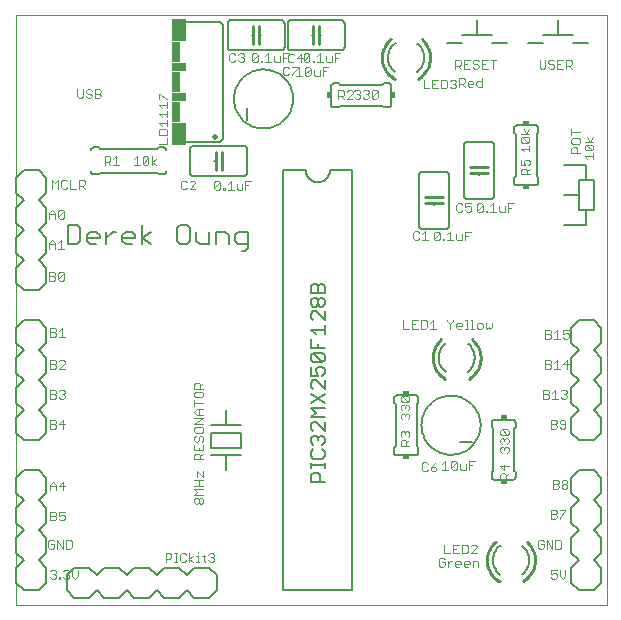
<source format=gto>
G75*
G70*
%OFA0B0*%
%FSLAX24Y24*%
%IPPOS*%
%LPD*%
%AMOC8*
5,1,8,0,0,1.08239X$1,22.5*
%
%ADD10C,0.0000*%
%ADD11C,0.0030*%
%ADD12C,0.0060*%
%ADD13C,0.0050*%
%ADD14C,0.0100*%
%ADD15C,0.0080*%
%ADD16C,0.0200*%
%ADD17R,0.0500X0.0750*%
%ADD18R,0.0300X0.0700*%
%ADD19R,0.0500X0.0300*%
%ADD20R,0.0150X0.0200*%
%ADD21R,0.0200X0.0150*%
D10*
X000181Y000312D02*
X000181Y019997D01*
X019866Y019997D01*
X019866Y000312D01*
X000181Y000312D01*
D11*
X001321Y001251D02*
X001370Y001202D01*
X001467Y001202D01*
X001515Y001251D01*
X001515Y001299D01*
X001467Y001348D01*
X001418Y001348D01*
X001467Y001348D02*
X001515Y001396D01*
X001515Y001444D01*
X001467Y001493D01*
X001370Y001493D01*
X001321Y001444D01*
X001616Y001251D02*
X001616Y001202D01*
X001664Y001202D01*
X001664Y001251D01*
X001616Y001251D01*
X001763Y001251D02*
X001812Y001202D01*
X001909Y001202D01*
X001957Y001251D01*
X001957Y001299D01*
X001909Y001348D01*
X001860Y001348D01*
X001909Y001348D02*
X001957Y001396D01*
X001957Y001444D01*
X001909Y001493D01*
X001812Y001493D01*
X001763Y001444D01*
X002058Y001493D02*
X002058Y001299D01*
X002155Y001202D01*
X002251Y001299D01*
X002251Y001493D01*
X001993Y002202D02*
X002042Y002251D01*
X002042Y002444D01*
X001993Y002493D01*
X001848Y002493D01*
X001848Y002202D01*
X001993Y002202D01*
X001747Y002202D02*
X001747Y002493D01*
X001554Y002493D02*
X001747Y002202D01*
X001554Y002202D02*
X001554Y002493D01*
X001452Y002444D02*
X001404Y002493D01*
X001307Y002493D01*
X001259Y002444D01*
X001259Y002251D01*
X001307Y002202D01*
X001404Y002202D01*
X001452Y002251D01*
X001452Y002348D01*
X001356Y002348D01*
X001321Y003140D02*
X001467Y003140D01*
X001515Y003188D01*
X001515Y003237D01*
X001467Y003285D01*
X001321Y003285D01*
X001321Y003140D02*
X001321Y003430D01*
X001467Y003430D01*
X001515Y003382D01*
X001515Y003333D01*
X001467Y003285D01*
X001616Y003285D02*
X001713Y003333D01*
X001761Y003333D01*
X001810Y003285D01*
X001810Y003188D01*
X001761Y003140D01*
X001664Y003140D01*
X001616Y003188D01*
X001616Y003285D02*
X001616Y003430D01*
X001810Y003430D01*
X001761Y004140D02*
X001761Y004430D01*
X001616Y004285D01*
X001810Y004285D01*
X001515Y004285D02*
X001321Y004285D01*
X001321Y004333D02*
X001418Y004430D01*
X001515Y004333D01*
X001515Y004140D01*
X001321Y004140D02*
X001321Y004333D01*
X001321Y006202D02*
X001466Y006202D01*
X001515Y006251D01*
X001515Y006299D01*
X001466Y006348D01*
X001321Y006348D01*
X001321Y006493D02*
X001321Y006202D01*
X001466Y006348D02*
X001515Y006396D01*
X001515Y006444D01*
X001466Y006493D01*
X001321Y006493D01*
X001616Y006348D02*
X001809Y006348D01*
X001761Y006493D02*
X001761Y006202D01*
X001616Y006348D02*
X001761Y006493D01*
X001761Y007202D02*
X001664Y007202D01*
X001616Y007251D01*
X001515Y007251D02*
X001515Y007299D01*
X001467Y007348D01*
X001321Y007348D01*
X001321Y007493D02*
X001321Y007202D01*
X001467Y007202D01*
X001515Y007251D01*
X001467Y007348D02*
X001515Y007396D01*
X001515Y007444D01*
X001467Y007493D01*
X001321Y007493D01*
X001616Y007444D02*
X001664Y007493D01*
X001761Y007493D01*
X001810Y007444D01*
X001810Y007396D01*
X001761Y007348D01*
X001810Y007299D01*
X001810Y007251D01*
X001761Y007202D01*
X001761Y007348D02*
X001713Y007348D01*
X001809Y008202D02*
X001616Y008202D01*
X001809Y008396D01*
X001809Y008444D01*
X001761Y008493D01*
X001664Y008493D01*
X001616Y008444D01*
X001515Y008444D02*
X001466Y008493D01*
X001321Y008493D01*
X001321Y008202D01*
X001466Y008202D01*
X001515Y008251D01*
X001515Y008299D01*
X001466Y008348D01*
X001321Y008348D01*
X001466Y008348D02*
X001515Y008396D01*
X001515Y008444D01*
X001467Y009265D02*
X001321Y009265D01*
X001321Y009555D01*
X001467Y009555D01*
X001515Y009507D01*
X001515Y009458D01*
X001467Y009410D01*
X001321Y009410D01*
X001467Y009410D02*
X001515Y009362D01*
X001515Y009313D01*
X001467Y009265D01*
X001616Y009265D02*
X001810Y009265D01*
X001713Y009265D02*
X001713Y009555D01*
X001616Y009458D01*
X001638Y011132D02*
X001589Y011181D01*
X001783Y011374D01*
X001783Y011181D01*
X001734Y011132D01*
X001638Y011132D01*
X001589Y011181D02*
X001589Y011374D01*
X001638Y011423D01*
X001734Y011423D01*
X001783Y011374D01*
X001488Y011374D02*
X001488Y011326D01*
X001440Y011278D01*
X001295Y011278D01*
X001295Y011423D02*
X001295Y011132D01*
X001440Y011132D01*
X001488Y011181D01*
X001488Y011229D01*
X001440Y011278D01*
X001488Y011374D02*
X001440Y011423D01*
X001295Y011423D01*
X001295Y012195D02*
X001295Y012388D01*
X001391Y012485D01*
X001488Y012388D01*
X001488Y012195D01*
X001589Y012195D02*
X001783Y012195D01*
X001686Y012195D02*
X001686Y012485D01*
X001589Y012388D01*
X001488Y012340D02*
X001295Y012340D01*
X001295Y013195D02*
X001295Y013388D01*
X001391Y013485D01*
X001488Y013388D01*
X001488Y013195D01*
X001589Y013243D02*
X001783Y013437D01*
X001783Y013243D01*
X001734Y013195D01*
X001638Y013195D01*
X001589Y013243D01*
X001589Y013437D01*
X001638Y013485D01*
X001734Y013485D01*
X001783Y013437D01*
X001488Y013340D02*
X001295Y013340D01*
X001393Y014195D02*
X001393Y014485D01*
X001490Y014388D01*
X001586Y014485D01*
X001586Y014195D01*
X001687Y014243D02*
X001687Y014437D01*
X001736Y014485D01*
X001833Y014485D01*
X001881Y014437D01*
X001982Y014485D02*
X001982Y014195D01*
X002176Y014195D01*
X002277Y014195D02*
X002277Y014485D01*
X002422Y014485D01*
X002470Y014437D01*
X002470Y014340D01*
X002422Y014292D01*
X002277Y014292D01*
X002374Y014292D02*
X002470Y014195D01*
X001881Y014243D02*
X001833Y014195D01*
X001736Y014195D01*
X001687Y014243D01*
X003134Y015002D02*
X003134Y015293D01*
X003279Y015293D01*
X003327Y015244D01*
X003327Y015148D01*
X003279Y015099D01*
X003134Y015099D01*
X003231Y015099D02*
X003327Y015002D01*
X003429Y015002D02*
X003622Y015002D01*
X003525Y015002D02*
X003525Y015293D01*
X003429Y015196D01*
X004109Y015176D02*
X004206Y015273D01*
X004206Y014982D01*
X004302Y014982D02*
X004109Y014982D01*
X004404Y015031D02*
X004404Y015224D01*
X004452Y015273D01*
X004549Y015273D01*
X004597Y015224D01*
X004404Y015031D01*
X004452Y014982D01*
X004549Y014982D01*
X004597Y015031D01*
X004597Y015224D01*
X004698Y015273D02*
X004698Y014982D01*
X004698Y015079D02*
X004843Y015176D01*
X004698Y015079D02*
X004843Y014982D01*
X004939Y015702D02*
X005229Y015702D01*
X005229Y015896D01*
X005229Y015997D02*
X005229Y016142D01*
X005181Y016191D01*
X004987Y016191D01*
X004939Y016142D01*
X004939Y015997D01*
X005229Y015997D01*
X005229Y016292D02*
X005229Y016485D01*
X005229Y016389D02*
X004939Y016389D01*
X005035Y016292D01*
X005035Y016586D02*
X004939Y016683D01*
X005229Y016683D01*
X005229Y016586D02*
X005229Y016780D01*
X005229Y016881D02*
X005229Y017075D01*
X005229Y016978D02*
X004939Y016978D01*
X005035Y016881D01*
X004939Y017176D02*
X004939Y017369D01*
X004987Y017369D01*
X005181Y017176D01*
X005229Y017176D01*
X007296Y018476D02*
X007345Y018427D01*
X007442Y018427D01*
X007490Y018476D01*
X007591Y018476D02*
X007639Y018427D01*
X007736Y018427D01*
X007785Y018476D01*
X007785Y018524D01*
X007736Y018573D01*
X007688Y018573D01*
X007736Y018573D02*
X007785Y018621D01*
X007785Y018669D01*
X007736Y018718D01*
X007639Y018718D01*
X007591Y018669D01*
X007490Y018669D02*
X007442Y018718D01*
X007345Y018718D01*
X007296Y018669D01*
X007296Y018476D01*
X008046Y018463D02*
X008240Y018657D01*
X008240Y018463D01*
X008192Y018415D01*
X008095Y018415D01*
X008046Y018463D01*
X008046Y018657D01*
X008095Y018705D01*
X008192Y018705D01*
X008240Y018657D01*
X008341Y018463D02*
X008389Y018463D01*
X008389Y018415D01*
X008341Y018415D01*
X008341Y018463D01*
X008488Y018415D02*
X008682Y018415D01*
X008585Y018415D02*
X008585Y018705D01*
X008488Y018608D01*
X008783Y018608D02*
X008783Y018463D01*
X008831Y018415D01*
X008976Y018415D01*
X008976Y018608D01*
X009078Y018560D02*
X009174Y018560D01*
X009257Y018649D02*
X009257Y018456D01*
X009305Y018407D01*
X009402Y018407D01*
X009451Y018456D01*
X009552Y018553D02*
X009745Y018553D01*
X009771Y018468D02*
X009964Y018662D01*
X009964Y018468D01*
X009916Y018420D01*
X009819Y018420D01*
X009771Y018468D01*
X009771Y018662D01*
X009819Y018710D01*
X009916Y018710D01*
X009964Y018662D01*
X010065Y018468D02*
X010114Y018468D01*
X010114Y018420D01*
X010065Y018420D01*
X010065Y018468D01*
X010212Y018420D02*
X010406Y018420D01*
X010309Y018420D02*
X010309Y018710D01*
X010212Y018613D01*
X010507Y018613D02*
X010507Y018468D01*
X010555Y018420D01*
X010701Y018420D01*
X010701Y018613D01*
X010802Y018565D02*
X010899Y018565D01*
X010995Y018710D02*
X010802Y018710D01*
X010802Y018420D01*
X010595Y018248D02*
X010402Y018248D01*
X010402Y017957D01*
X010301Y017957D02*
X010301Y018151D01*
X010402Y018103D02*
X010499Y018103D01*
X010301Y017957D02*
X010156Y017957D01*
X010107Y018006D01*
X010107Y018151D01*
X010006Y018199D02*
X009813Y018006D01*
X009861Y017957D01*
X009958Y017957D01*
X010006Y018006D01*
X010006Y018199D01*
X009958Y018248D01*
X009861Y018248D01*
X009813Y018199D01*
X009813Y018006D01*
X009711Y017957D02*
X009518Y017957D01*
X009615Y017957D02*
X009615Y018248D01*
X009518Y018151D01*
X009570Y018212D02*
X009377Y018018D01*
X009377Y017970D01*
X009276Y018018D02*
X009227Y017970D01*
X009131Y017970D01*
X009082Y018018D01*
X009082Y018212D01*
X009131Y018260D01*
X009227Y018260D01*
X009276Y018212D01*
X009377Y018260D02*
X009570Y018260D01*
X009570Y018212D01*
X009697Y018407D02*
X009697Y018698D01*
X009552Y018553D01*
X009451Y018649D02*
X009402Y018698D01*
X009305Y018698D01*
X009257Y018649D01*
X009271Y018705D02*
X009078Y018705D01*
X009078Y018415D01*
X010920Y017475D02*
X010920Y017185D01*
X010920Y017282D02*
X011065Y017282D01*
X011113Y017330D01*
X011113Y017427D01*
X011065Y017475D01*
X010920Y017475D01*
X011016Y017282D02*
X011113Y017185D01*
X011214Y017185D02*
X011408Y017378D01*
X011408Y017427D01*
X011359Y017475D01*
X011263Y017475D01*
X011214Y017427D01*
X011214Y017185D02*
X011408Y017185D01*
X011452Y017246D02*
X011501Y017197D01*
X011598Y017197D01*
X011646Y017246D01*
X011646Y017294D01*
X011598Y017343D01*
X011549Y017343D01*
X011598Y017343D02*
X011646Y017391D01*
X011646Y017439D01*
X011598Y017488D01*
X011501Y017488D01*
X011452Y017439D01*
X011747Y017439D02*
X011795Y017488D01*
X011892Y017488D01*
X011941Y017439D01*
X011941Y017391D01*
X011892Y017343D01*
X011941Y017294D01*
X011941Y017246D01*
X011892Y017197D01*
X011795Y017197D01*
X011747Y017246D01*
X011844Y017343D02*
X011892Y017343D01*
X012042Y017439D02*
X012090Y017488D01*
X012187Y017488D01*
X012235Y017439D01*
X012042Y017246D01*
X012090Y017197D01*
X012187Y017197D01*
X012235Y017246D01*
X012235Y017439D01*
X012042Y017439D02*
X012042Y017246D01*
X013768Y017545D02*
X013961Y017545D01*
X014063Y017545D02*
X014256Y017545D01*
X014357Y017545D02*
X014502Y017545D01*
X014551Y017593D01*
X014551Y017787D01*
X014502Y017835D01*
X014357Y017835D01*
X014357Y017545D01*
X014159Y017690D02*
X014063Y017690D01*
X014063Y017835D02*
X014063Y017545D01*
X014063Y017835D02*
X014256Y017835D01*
X014652Y017787D02*
X014700Y017835D01*
X014797Y017835D01*
X014845Y017787D01*
X014845Y017738D01*
X014797Y017690D01*
X014845Y017642D01*
X014845Y017593D01*
X014797Y017545D01*
X014700Y017545D01*
X014652Y017593D01*
X014749Y017690D02*
X014797Y017690D01*
X014938Y017692D02*
X015083Y017692D01*
X015131Y017740D01*
X015131Y017837D01*
X015083Y017885D01*
X014938Y017885D01*
X014938Y017595D01*
X015034Y017692D02*
X015131Y017595D01*
X015232Y017643D02*
X015232Y017740D01*
X015281Y017788D01*
X015377Y017788D01*
X015426Y017740D01*
X015426Y017692D01*
X015232Y017692D01*
X015232Y017643D02*
X015281Y017595D01*
X015377Y017595D01*
X015527Y017643D02*
X015527Y017740D01*
X015575Y017788D01*
X015720Y017788D01*
X015720Y017885D02*
X015720Y017595D01*
X015575Y017595D01*
X015527Y017643D01*
X015556Y018202D02*
X015459Y018202D01*
X015411Y018251D01*
X015459Y018348D02*
X015411Y018396D01*
X015411Y018444D01*
X015459Y018493D01*
X015556Y018493D01*
X015604Y018444D01*
X015556Y018348D02*
X015604Y018299D01*
X015604Y018251D01*
X015556Y018202D01*
X015556Y018348D02*
X015459Y018348D01*
X015310Y018493D02*
X015116Y018493D01*
X015116Y018202D01*
X015310Y018202D01*
X015213Y018348D02*
X015116Y018348D01*
X015015Y018348D02*
X015015Y018444D01*
X014967Y018493D01*
X014821Y018493D01*
X014821Y018202D01*
X014821Y018299D02*
X014967Y018299D01*
X015015Y018348D01*
X014918Y018299D02*
X015015Y018202D01*
X015705Y018202D02*
X015899Y018202D01*
X015802Y018348D02*
X015705Y018348D01*
X015705Y018493D02*
X015705Y018202D01*
X015705Y018493D02*
X015899Y018493D01*
X016000Y018493D02*
X016193Y018493D01*
X016097Y018493D02*
X016097Y018202D01*
X017634Y018251D02*
X017682Y018202D01*
X017779Y018202D01*
X017827Y018251D01*
X017827Y018493D01*
X017929Y018444D02*
X017929Y018396D01*
X017977Y018348D01*
X018074Y018348D01*
X018122Y018299D01*
X018122Y018251D01*
X018074Y018202D01*
X017977Y018202D01*
X017929Y018251D01*
X017929Y018444D02*
X017977Y018493D01*
X018074Y018493D01*
X018122Y018444D01*
X018223Y018493D02*
X018223Y018202D01*
X018417Y018202D01*
X018518Y018202D02*
X018518Y018493D01*
X018663Y018493D01*
X018711Y018444D01*
X018711Y018348D01*
X018663Y018299D01*
X018518Y018299D01*
X018615Y018299D02*
X018711Y018202D01*
X018417Y018493D02*
X018223Y018493D01*
X018223Y018348D02*
X018320Y018348D01*
X017634Y018251D02*
X017634Y018493D01*
X017294Y016172D02*
X017197Y016027D01*
X017100Y016172D01*
X017004Y016027D02*
X017294Y016027D01*
X017246Y015926D02*
X017294Y015877D01*
X017294Y015780D01*
X017246Y015732D01*
X017052Y015926D01*
X017246Y015926D01*
X017052Y015926D02*
X017004Y015877D01*
X017004Y015780D01*
X017052Y015732D01*
X017246Y015732D01*
X017294Y015631D02*
X017294Y015437D01*
X017294Y015534D02*
X017004Y015534D01*
X017100Y015437D01*
X017164Y015164D02*
X017261Y015164D01*
X017309Y015115D01*
X017309Y015019D01*
X017261Y014970D01*
X017164Y014970D02*
X017115Y015067D01*
X017115Y015115D01*
X017164Y015164D01*
X017019Y015164D02*
X017019Y014970D01*
X017164Y014970D01*
X017164Y014869D02*
X017212Y014821D01*
X017212Y014676D01*
X017212Y014772D02*
X017309Y014869D01*
X017164Y014869D02*
X017067Y014869D01*
X017019Y014821D01*
X017019Y014676D01*
X017309Y014676D01*
X016771Y013705D02*
X016578Y013705D01*
X016578Y013415D01*
X016476Y013415D02*
X016476Y013608D01*
X016578Y013560D02*
X016674Y013560D01*
X016476Y013415D02*
X016331Y013415D01*
X016283Y013463D01*
X016283Y013608D01*
X016182Y013415D02*
X015988Y013415D01*
X016085Y013415D02*
X016085Y013705D01*
X015988Y013608D01*
X015889Y013463D02*
X015841Y013463D01*
X015841Y013415D01*
X015889Y013415D01*
X015889Y013463D01*
X015740Y013463D02*
X015740Y013657D01*
X015546Y013463D01*
X015595Y013415D01*
X015692Y013415D01*
X015740Y013463D01*
X015546Y013463D02*
X015546Y013657D01*
X015595Y013705D01*
X015692Y013705D01*
X015740Y013657D01*
X015347Y013718D02*
X015154Y013718D01*
X015154Y013573D01*
X015250Y013621D01*
X015299Y013621D01*
X015347Y013573D01*
X015347Y013476D01*
X015299Y013427D01*
X015202Y013427D01*
X015154Y013476D01*
X015052Y013476D02*
X015004Y013427D01*
X014907Y013427D01*
X014859Y013476D01*
X014859Y013669D01*
X014907Y013718D01*
X015004Y013718D01*
X015052Y013669D01*
X015140Y012768D02*
X015334Y012768D01*
X015237Y012623D02*
X015140Y012623D01*
X015039Y012671D02*
X015039Y012477D01*
X014894Y012477D01*
X014846Y012526D01*
X014846Y012671D01*
X014744Y012477D02*
X014551Y012477D01*
X014648Y012477D02*
X014648Y012768D01*
X014551Y012671D01*
X014452Y012526D02*
X014452Y012477D01*
X014404Y012477D01*
X014404Y012526D01*
X014452Y012526D01*
X014302Y012526D02*
X014254Y012477D01*
X014157Y012477D01*
X014109Y012526D01*
X014302Y012719D01*
X014302Y012526D01*
X014109Y012526D02*
X014109Y012719D01*
X014157Y012768D01*
X014254Y012768D01*
X014302Y012719D01*
X013910Y012490D02*
X013716Y012490D01*
X013813Y012490D02*
X013813Y012780D01*
X013716Y012683D01*
X013615Y012732D02*
X013567Y012780D01*
X013470Y012780D01*
X013421Y012732D01*
X013421Y012538D01*
X013470Y012490D01*
X013567Y012490D01*
X013615Y012538D01*
X015140Y012477D02*
X015140Y012768D01*
X015152Y009823D02*
X015200Y009823D01*
X015200Y009532D01*
X015152Y009532D02*
X015248Y009532D01*
X015348Y009532D02*
X015445Y009532D01*
X015396Y009532D02*
X015396Y009823D01*
X015348Y009823D01*
X015545Y009678D02*
X015545Y009581D01*
X015593Y009532D01*
X015690Y009532D01*
X015738Y009581D01*
X015738Y009678D01*
X015690Y009726D01*
X015593Y009726D01*
X015545Y009678D01*
X015839Y009726D02*
X015839Y009581D01*
X015888Y009532D01*
X015936Y009581D01*
X015984Y009532D01*
X016033Y009581D01*
X016033Y009726D01*
X015051Y009678D02*
X015051Y009629D01*
X014857Y009629D01*
X014857Y009581D02*
X014857Y009678D01*
X014905Y009726D01*
X015002Y009726D01*
X015051Y009678D01*
X015002Y009532D02*
X014905Y009532D01*
X014857Y009581D01*
X014659Y009532D02*
X014659Y009678D01*
X014756Y009774D01*
X014756Y009823D01*
X014659Y009678D02*
X014562Y009774D01*
X014562Y009823D01*
X014167Y009532D02*
X013973Y009532D01*
X014070Y009532D02*
X014070Y009823D01*
X013973Y009726D01*
X013872Y009774D02*
X013824Y009823D01*
X013679Y009823D01*
X013679Y009532D01*
X013824Y009532D01*
X013872Y009581D01*
X013872Y009774D01*
X013577Y009823D02*
X013384Y009823D01*
X013384Y009532D01*
X013577Y009532D01*
X013481Y009678D02*
X013384Y009678D01*
X013283Y009532D02*
X013089Y009532D01*
X013089Y009823D01*
X013052Y007292D02*
X013246Y007098D01*
X013294Y007147D01*
X013294Y007243D01*
X013246Y007292D01*
X013052Y007292D01*
X013004Y007243D01*
X013004Y007147D01*
X013052Y007098D01*
X013246Y007098D01*
X013246Y006997D02*
X013197Y006997D01*
X013149Y006949D01*
X013149Y006900D01*
X013149Y006949D02*
X013100Y006997D01*
X013052Y006997D01*
X013004Y006949D01*
X013004Y006852D01*
X013052Y006804D01*
X013052Y006702D02*
X013100Y006702D01*
X013149Y006654D01*
X013197Y006702D01*
X013246Y006702D01*
X013294Y006654D01*
X013294Y006557D01*
X013246Y006509D01*
X013149Y006606D02*
X013149Y006654D01*
X013052Y006702D02*
X013004Y006654D01*
X013004Y006557D01*
X013052Y006509D01*
X013246Y006804D02*
X013294Y006852D01*
X013294Y006949D01*
X013246Y006997D01*
X013246Y006113D02*
X013197Y006113D01*
X013149Y006065D01*
X013149Y006016D01*
X013149Y006065D02*
X013100Y006113D01*
X013052Y006113D01*
X013004Y006065D01*
X013004Y005968D01*
X013052Y005920D01*
X013052Y005818D02*
X013004Y005770D01*
X013004Y005625D01*
X013294Y005625D01*
X013197Y005625D02*
X013197Y005770D01*
X013149Y005818D01*
X013052Y005818D01*
X013197Y005722D02*
X013294Y005818D01*
X013246Y005920D02*
X013294Y005968D01*
X013294Y006065D01*
X013246Y006113D01*
X013755Y005073D02*
X013707Y005024D01*
X013707Y004831D01*
X013755Y004782D01*
X013852Y004782D01*
X013901Y004831D01*
X014002Y004831D02*
X014050Y004782D01*
X014147Y004782D01*
X014195Y004831D01*
X014195Y004879D01*
X014147Y004928D01*
X014002Y004928D01*
X014002Y004831D01*
X014002Y004928D02*
X014099Y005024D01*
X014195Y005073D01*
X014393Y005026D02*
X014490Y005123D01*
X014490Y004832D01*
X014586Y004832D02*
X014393Y004832D01*
X014687Y004881D02*
X014687Y005074D01*
X014736Y005123D01*
X014833Y005123D01*
X014881Y005074D01*
X014687Y004881D01*
X014736Y004832D01*
X014833Y004832D01*
X014881Y004881D01*
X014881Y005074D01*
X014982Y005026D02*
X014982Y004881D01*
X015030Y004832D01*
X015176Y004832D01*
X015176Y005026D01*
X015277Y004978D02*
X015374Y004978D01*
X015470Y005123D02*
X015277Y005123D01*
X015277Y004832D01*
X016319Y004952D02*
X016464Y004807D01*
X016464Y005000D01*
X016609Y004952D02*
X016319Y004952D01*
X016367Y004706D02*
X016464Y004706D01*
X016512Y004657D01*
X016512Y004512D01*
X016512Y004609D02*
X016609Y004706D01*
X016609Y004512D02*
X016319Y004512D01*
X016319Y004657D01*
X016367Y004706D01*
X016367Y005396D02*
X016319Y005444D01*
X016319Y005541D01*
X016367Y005589D01*
X016415Y005589D01*
X016464Y005541D01*
X016512Y005589D01*
X016561Y005589D01*
X016609Y005541D01*
X016609Y005444D01*
X016561Y005396D01*
X016464Y005493D02*
X016464Y005541D01*
X016561Y005691D02*
X016609Y005739D01*
X016609Y005836D01*
X016561Y005884D01*
X016512Y005884D01*
X016464Y005836D01*
X016464Y005787D01*
X016464Y005836D02*
X016415Y005884D01*
X016367Y005884D01*
X016319Y005836D01*
X016319Y005739D01*
X016367Y005691D01*
X016367Y005985D02*
X016319Y006034D01*
X016319Y006130D01*
X016367Y006179D01*
X016561Y005985D01*
X016609Y006034D01*
X016609Y006130D01*
X016561Y006179D01*
X016367Y006179D01*
X016367Y005985D02*
X016561Y005985D01*
X017759Y007202D02*
X017904Y007202D01*
X017952Y007251D01*
X017952Y007299D01*
X017904Y007348D01*
X017759Y007348D01*
X017759Y007493D02*
X017759Y007202D01*
X017904Y007348D02*
X017952Y007396D01*
X017952Y007444D01*
X017904Y007493D01*
X017759Y007493D01*
X018054Y007396D02*
X018150Y007493D01*
X018150Y007202D01*
X018054Y007202D02*
X018247Y007202D01*
X018348Y007251D02*
X018397Y007202D01*
X018493Y007202D01*
X018542Y007251D01*
X018542Y007299D01*
X018493Y007348D01*
X018445Y007348D01*
X018493Y007348D02*
X018542Y007396D01*
X018542Y007444D01*
X018493Y007493D01*
X018397Y007493D01*
X018348Y007444D01*
X018310Y008202D02*
X018116Y008202D01*
X018213Y008202D02*
X018213Y008493D01*
X018116Y008396D01*
X018015Y008396D02*
X017967Y008348D01*
X017821Y008348D01*
X017821Y008493D02*
X017821Y008202D01*
X017967Y008202D01*
X018015Y008251D01*
X018015Y008299D01*
X017967Y008348D01*
X018015Y008396D02*
X018015Y008444D01*
X017967Y008493D01*
X017821Y008493D01*
X018411Y008348D02*
X018604Y008348D01*
X018556Y008493D02*
X018556Y008202D01*
X018411Y008348D02*
X018556Y008493D01*
X018556Y009202D02*
X018459Y009202D01*
X018411Y009251D01*
X018411Y009348D02*
X018507Y009396D01*
X018556Y009396D01*
X018604Y009348D01*
X018604Y009251D01*
X018556Y009202D01*
X018411Y009348D02*
X018411Y009493D01*
X018604Y009493D01*
X018213Y009493D02*
X018213Y009202D01*
X018116Y009202D02*
X018310Y009202D01*
X018116Y009396D02*
X018213Y009493D01*
X018015Y009444D02*
X018015Y009396D01*
X017967Y009348D01*
X017821Y009348D01*
X017821Y009493D02*
X017821Y009202D01*
X017967Y009202D01*
X018015Y009251D01*
X018015Y009299D01*
X017967Y009348D01*
X018015Y009444D02*
X017967Y009493D01*
X017821Y009493D01*
X018009Y006493D02*
X018154Y006493D01*
X018202Y006444D01*
X018202Y006396D01*
X018154Y006348D01*
X018009Y006348D01*
X018009Y006493D02*
X018009Y006202D01*
X018154Y006202D01*
X018202Y006251D01*
X018202Y006299D01*
X018154Y006348D01*
X018304Y006396D02*
X018352Y006348D01*
X018497Y006348D01*
X018497Y006444D02*
X018449Y006493D01*
X018352Y006493D01*
X018304Y006444D01*
X018304Y006396D01*
X018304Y006251D02*
X018352Y006202D01*
X018449Y006202D01*
X018497Y006251D01*
X018497Y006444D01*
X018511Y004493D02*
X018414Y004493D01*
X018366Y004444D01*
X018366Y004396D01*
X018414Y004348D01*
X018511Y004348D01*
X018560Y004299D01*
X018560Y004251D01*
X018511Y004202D01*
X018414Y004202D01*
X018366Y004251D01*
X018366Y004299D01*
X018414Y004348D01*
X018511Y004348D02*
X018560Y004396D01*
X018560Y004444D01*
X018511Y004493D01*
X018265Y004444D02*
X018265Y004396D01*
X018217Y004348D01*
X018071Y004348D01*
X018071Y004493D02*
X018071Y004202D01*
X018217Y004202D01*
X018265Y004251D01*
X018265Y004299D01*
X018217Y004348D01*
X018265Y004444D02*
X018217Y004493D01*
X018071Y004493D01*
X018009Y003493D02*
X018154Y003493D01*
X018202Y003444D01*
X018202Y003396D01*
X018154Y003348D01*
X018009Y003348D01*
X018009Y003493D02*
X018009Y003202D01*
X018154Y003202D01*
X018202Y003251D01*
X018202Y003299D01*
X018154Y003348D01*
X018304Y003251D02*
X018304Y003202D01*
X018304Y003251D02*
X018497Y003444D01*
X018497Y003493D01*
X018304Y003493D01*
X018306Y002493D02*
X018161Y002493D01*
X018161Y002202D01*
X018306Y002202D01*
X018354Y002251D01*
X018354Y002444D01*
X018306Y002493D01*
X018060Y002493D02*
X018060Y002202D01*
X017866Y002493D01*
X017866Y002202D01*
X017765Y002251D02*
X017765Y002348D01*
X017668Y002348D01*
X017571Y002444D02*
X017571Y002251D01*
X017620Y002202D01*
X017717Y002202D01*
X017765Y002251D01*
X017765Y002444D02*
X017717Y002493D01*
X017620Y002493D01*
X017571Y002444D01*
X018009Y001493D02*
X018009Y001348D01*
X018106Y001396D01*
X018154Y001396D01*
X018202Y001348D01*
X018202Y001251D01*
X018154Y001202D01*
X018057Y001202D01*
X018009Y001251D01*
X018009Y001493D02*
X018202Y001493D01*
X018304Y001493D02*
X018304Y001299D01*
X018400Y001202D01*
X018497Y001299D01*
X018497Y001493D01*
X015595Y001595D02*
X015595Y001740D01*
X015547Y001788D01*
X015402Y001788D01*
X015402Y001595D01*
X015301Y001692D02*
X015107Y001692D01*
X015107Y001740D02*
X015155Y001788D01*
X015252Y001788D01*
X015301Y001740D01*
X015301Y001692D01*
X015252Y001595D02*
X015155Y001595D01*
X015107Y001643D01*
X015107Y001740D01*
X015006Y001740D02*
X015006Y001692D01*
X014812Y001692D01*
X014812Y001740D02*
X014861Y001788D01*
X014958Y001788D01*
X015006Y001740D01*
X014958Y001595D02*
X014861Y001595D01*
X014812Y001643D01*
X014812Y001740D01*
X014712Y001788D02*
X014664Y001788D01*
X014567Y001692D01*
X014567Y001788D02*
X014567Y001595D01*
X014466Y001643D02*
X014466Y001740D01*
X014369Y001740D01*
X014272Y001643D02*
X014321Y001595D01*
X014417Y001595D01*
X014466Y001643D01*
X014272Y001643D02*
X014272Y001837D01*
X014321Y001885D01*
X014417Y001885D01*
X014466Y001837D01*
X014455Y002045D02*
X014649Y002045D01*
X014750Y002045D02*
X014943Y002045D01*
X015045Y002045D02*
X015045Y002335D01*
X015190Y002335D01*
X015238Y002287D01*
X015238Y002093D01*
X015190Y002045D01*
X015045Y002045D01*
X014847Y002190D02*
X014750Y002190D01*
X014750Y002335D02*
X014750Y002045D01*
X014750Y002335D02*
X014943Y002335D01*
X015339Y002287D02*
X015388Y002335D01*
X015484Y002335D01*
X015533Y002287D01*
X015533Y002238D01*
X015339Y002045D01*
X015533Y002045D01*
X014455Y002045D02*
X014455Y002335D01*
X013901Y005024D02*
X013852Y005073D01*
X013755Y005073D01*
X006783Y001999D02*
X006783Y001951D01*
X006734Y001903D01*
X006783Y001854D01*
X006783Y001806D01*
X006734Y001757D01*
X006638Y001757D01*
X006589Y001806D01*
X006489Y001757D02*
X006441Y001806D01*
X006441Y001999D01*
X006393Y001951D02*
X006489Y001951D01*
X006589Y001999D02*
X006638Y002048D01*
X006734Y002048D01*
X006783Y001999D01*
X006734Y001903D02*
X006686Y001903D01*
X006293Y001757D02*
X006196Y001757D01*
X006245Y001757D02*
X006245Y001951D01*
X006196Y001951D01*
X006096Y001951D02*
X005951Y001854D01*
X006096Y001757D01*
X005951Y001757D02*
X005951Y002048D01*
X005850Y001999D02*
X005801Y002048D01*
X005705Y002048D01*
X005656Y001999D01*
X005656Y001806D01*
X005705Y001757D01*
X005801Y001757D01*
X005850Y001806D01*
X005556Y001757D02*
X005460Y001757D01*
X005508Y001757D02*
X005508Y002048D01*
X005460Y002048D02*
X005556Y002048D01*
X005359Y001999D02*
X005359Y001903D01*
X005310Y001854D01*
X005165Y001854D01*
X005165Y001757D02*
X005165Y002048D01*
X005310Y002048D01*
X005359Y001999D01*
X006245Y002048D02*
X006245Y002096D01*
X006223Y003702D02*
X006175Y003702D01*
X006126Y003751D01*
X006126Y003848D01*
X006175Y003896D01*
X006223Y003896D01*
X006271Y003848D01*
X006271Y003751D01*
X006223Y003702D01*
X006271Y003751D02*
X006320Y003702D01*
X006368Y003702D01*
X006416Y003751D01*
X006416Y003848D01*
X006368Y003896D01*
X006320Y003896D01*
X006271Y003848D01*
X006416Y003997D02*
X006126Y003997D01*
X006223Y004094D01*
X006126Y004191D01*
X006416Y004191D01*
X006416Y004292D02*
X006126Y004292D01*
X006271Y004292D02*
X006271Y004485D01*
X006223Y004586D02*
X006223Y004780D01*
X006416Y004586D01*
X006416Y004780D01*
X006416Y004485D02*
X006126Y004485D01*
X006126Y005176D02*
X006126Y005321D01*
X006175Y005369D01*
X006271Y005369D01*
X006320Y005321D01*
X006320Y005176D01*
X006416Y005176D02*
X006126Y005176D01*
X006320Y005272D02*
X006416Y005369D01*
X006416Y005470D02*
X006126Y005470D01*
X006126Y005664D01*
X006175Y005765D02*
X006223Y005765D01*
X006271Y005813D01*
X006271Y005910D01*
X006320Y005958D01*
X006368Y005958D01*
X006416Y005910D01*
X006416Y005813D01*
X006368Y005765D01*
X006416Y005664D02*
X006416Y005470D01*
X006271Y005470D02*
X006271Y005567D01*
X006175Y005765D02*
X006126Y005813D01*
X006126Y005910D01*
X006175Y005958D01*
X006175Y006060D02*
X006368Y006060D01*
X006416Y006108D01*
X006416Y006205D01*
X006368Y006253D01*
X006175Y006253D01*
X006126Y006205D01*
X006126Y006108D01*
X006175Y006060D01*
X006126Y006354D02*
X006416Y006548D01*
X006126Y006548D01*
X006223Y006649D02*
X006126Y006746D01*
X006223Y006842D01*
X006416Y006842D01*
X006271Y006842D02*
X006271Y006649D01*
X006223Y006649D02*
X006416Y006649D01*
X006416Y006354D02*
X006126Y006354D01*
X006126Y006944D02*
X006126Y007137D01*
X006126Y007040D02*
X006416Y007040D01*
X006368Y007238D02*
X006175Y007238D01*
X006126Y007287D01*
X006126Y007383D01*
X006175Y007432D01*
X006368Y007432D01*
X006416Y007383D01*
X006416Y007287D01*
X006368Y007238D01*
X006320Y007533D02*
X006320Y007678D01*
X006271Y007726D01*
X006175Y007726D01*
X006126Y007678D01*
X006126Y007533D01*
X006416Y007533D01*
X006320Y007630D02*
X006416Y007726D01*
X006845Y014165D02*
X006796Y014213D01*
X006990Y014407D01*
X006990Y014213D01*
X006941Y014165D01*
X006845Y014165D01*
X006796Y014213D02*
X006796Y014407D01*
X006845Y014455D01*
X006941Y014455D01*
X006990Y014407D01*
X007091Y014213D02*
X007139Y014213D01*
X007139Y014165D01*
X007091Y014165D01*
X007091Y014213D01*
X007238Y014165D02*
X007432Y014165D01*
X007335Y014165D02*
X007335Y014455D01*
X007238Y014358D01*
X007533Y014358D02*
X007533Y014213D01*
X007581Y014165D01*
X007726Y014165D01*
X007726Y014358D01*
X007828Y014310D02*
X007924Y014310D01*
X007828Y014165D02*
X007828Y014455D01*
X008021Y014455D01*
X006159Y014419D02*
X006111Y014468D01*
X006014Y014468D01*
X005966Y014419D01*
X005865Y014419D02*
X005816Y014468D01*
X005720Y014468D01*
X005671Y014419D01*
X005671Y014226D01*
X005720Y014177D01*
X005816Y014177D01*
X005865Y014226D01*
X005966Y014177D02*
X006159Y014371D01*
X006159Y014419D01*
X006159Y014177D02*
X005966Y014177D01*
X002959Y017223D02*
X002814Y017223D01*
X002814Y017513D01*
X002959Y017513D01*
X003007Y017465D01*
X003007Y017417D01*
X002959Y017368D01*
X002814Y017368D01*
X002713Y017320D02*
X002713Y017271D01*
X002664Y017223D01*
X002567Y017223D01*
X002519Y017271D01*
X002418Y017271D02*
X002418Y017513D01*
X002519Y017465D02*
X002519Y017417D01*
X002567Y017368D01*
X002664Y017368D01*
X002713Y017320D01*
X002713Y017465D02*
X002664Y017513D01*
X002567Y017513D01*
X002519Y017465D01*
X002418Y017271D02*
X002370Y017223D01*
X002273Y017223D01*
X002224Y017271D01*
X002224Y017513D01*
X002959Y017368D02*
X003007Y017320D01*
X003007Y017271D01*
X002959Y017223D01*
X013768Y017545D02*
X013768Y017835D01*
X018689Y016173D02*
X018689Y015979D01*
X018689Y016076D02*
X018979Y016076D01*
X018931Y015878D02*
X018737Y015878D01*
X018689Y015830D01*
X018689Y015733D01*
X018737Y015685D01*
X018931Y015685D01*
X018979Y015733D01*
X018979Y015830D01*
X018931Y015878D01*
X019134Y015769D02*
X019424Y015769D01*
X019327Y015769D02*
X019230Y015915D01*
X019327Y015769D02*
X019424Y015915D01*
X019376Y015668D02*
X019182Y015668D01*
X019376Y015475D01*
X019424Y015523D01*
X019424Y015620D01*
X019376Y015668D01*
X019376Y015475D02*
X019182Y015475D01*
X019134Y015523D01*
X019134Y015620D01*
X019182Y015668D01*
X018882Y015535D02*
X018882Y015390D01*
X018979Y015390D02*
X018689Y015390D01*
X018689Y015535D01*
X018737Y015583D01*
X018834Y015583D01*
X018882Y015535D01*
X019134Y015277D02*
X019424Y015277D01*
X019424Y015180D02*
X019424Y015374D01*
X019230Y015180D02*
X019134Y015277D01*
D12*
X017581Y014562D02*
X017581Y014412D01*
X017579Y014395D01*
X017575Y014378D01*
X017568Y014362D01*
X017558Y014348D01*
X017545Y014335D01*
X017531Y014325D01*
X017515Y014318D01*
X017498Y014314D01*
X017481Y014312D01*
X016881Y014312D01*
X016864Y014314D01*
X016847Y014318D01*
X016831Y014325D01*
X016817Y014335D01*
X016804Y014348D01*
X016794Y014362D01*
X016787Y014378D01*
X016783Y014395D01*
X016781Y014412D01*
X016781Y014562D01*
X016831Y014612D01*
X016831Y016012D01*
X016781Y016062D01*
X016781Y016212D01*
X016783Y016229D01*
X016787Y016246D01*
X016794Y016262D01*
X016804Y016276D01*
X016817Y016289D01*
X016831Y016299D01*
X016847Y016306D01*
X016864Y016310D01*
X016881Y016312D01*
X017481Y016312D01*
X017498Y016310D01*
X017515Y016306D01*
X017531Y016299D01*
X017545Y016289D01*
X017558Y016276D01*
X017568Y016262D01*
X017575Y016246D01*
X017579Y016229D01*
X017581Y016212D01*
X017581Y016062D01*
X017531Y016012D01*
X017531Y014612D01*
X017581Y014562D01*
X016119Y013962D02*
X016119Y015662D01*
X016117Y015679D01*
X016113Y015696D01*
X016106Y015712D01*
X016096Y015726D01*
X016083Y015739D01*
X016069Y015749D01*
X016053Y015756D01*
X016036Y015760D01*
X016019Y015762D01*
X015219Y015762D01*
X015202Y015760D01*
X015185Y015756D01*
X015169Y015749D01*
X015155Y015739D01*
X015142Y015726D01*
X015132Y015712D01*
X015125Y015696D01*
X015121Y015679D01*
X015119Y015662D01*
X015119Y013962D01*
X015121Y013945D01*
X015125Y013928D01*
X015132Y013912D01*
X015142Y013898D01*
X015155Y013885D01*
X015169Y013875D01*
X015185Y013868D01*
X015202Y013864D01*
X015219Y013862D01*
X016019Y013862D01*
X016036Y013864D01*
X016053Y013868D01*
X016069Y013875D01*
X016083Y013885D01*
X016096Y013898D01*
X016106Y013912D01*
X016113Y013928D01*
X016117Y013945D01*
X016119Y013962D01*
X015619Y014662D02*
X015619Y014712D01*
X015619Y014912D02*
X015619Y014962D01*
X014619Y014662D02*
X014619Y012962D01*
X014617Y012945D01*
X014613Y012928D01*
X014606Y012912D01*
X014596Y012898D01*
X014583Y012885D01*
X014569Y012875D01*
X014553Y012868D01*
X014536Y012864D01*
X014519Y012862D01*
X013719Y012862D01*
X013702Y012864D01*
X013685Y012868D01*
X013669Y012875D01*
X013655Y012885D01*
X013642Y012898D01*
X013632Y012912D01*
X013625Y012928D01*
X013621Y012945D01*
X013619Y012962D01*
X013619Y014662D01*
X013621Y014679D01*
X013625Y014696D01*
X013632Y014712D01*
X013642Y014726D01*
X013655Y014739D01*
X013669Y014749D01*
X013685Y014756D01*
X013702Y014760D01*
X013719Y014762D01*
X014519Y014762D01*
X014536Y014760D01*
X014553Y014756D01*
X014569Y014749D01*
X014583Y014739D01*
X014596Y014726D01*
X014606Y014712D01*
X014613Y014696D01*
X014617Y014679D01*
X014619Y014662D01*
X014119Y013962D02*
X014119Y013912D01*
X014119Y013712D02*
X014119Y013662D01*
X011394Y014812D02*
X010644Y014812D01*
X010642Y014773D01*
X010636Y014734D01*
X010627Y014696D01*
X010614Y014659D01*
X010597Y014623D01*
X010577Y014590D01*
X010553Y014558D01*
X010527Y014529D01*
X010498Y014503D01*
X010466Y014479D01*
X010433Y014459D01*
X010397Y014442D01*
X010360Y014429D01*
X010322Y014420D01*
X010283Y014414D01*
X010244Y014412D01*
X010205Y014414D01*
X010166Y014420D01*
X010128Y014429D01*
X010091Y014442D01*
X010055Y014459D01*
X010022Y014479D01*
X009990Y014503D01*
X009961Y014529D01*
X009935Y014558D01*
X009911Y014590D01*
X009891Y014623D01*
X009874Y014659D01*
X009861Y014696D01*
X009852Y014734D01*
X009846Y014773D01*
X009844Y014812D01*
X009094Y014812D01*
X009094Y000812D01*
X011394Y000812D01*
X011394Y014812D01*
X010931Y016912D02*
X010781Y016912D01*
X010764Y016914D01*
X010747Y016918D01*
X010731Y016925D01*
X010717Y016935D01*
X010704Y016948D01*
X010694Y016962D01*
X010687Y016978D01*
X010683Y016995D01*
X010681Y017012D01*
X010681Y017612D01*
X010683Y017629D01*
X010687Y017646D01*
X010694Y017662D01*
X010704Y017676D01*
X010717Y017689D01*
X010731Y017699D01*
X010747Y017706D01*
X010764Y017710D01*
X010781Y017712D01*
X010931Y017712D01*
X010981Y017662D01*
X012381Y017662D01*
X012431Y017712D01*
X012581Y017712D01*
X012598Y017710D01*
X012615Y017706D01*
X012631Y017699D01*
X012645Y017689D01*
X012658Y017676D01*
X012668Y017662D01*
X012675Y017646D01*
X012679Y017629D01*
X012681Y017612D01*
X012681Y017012D01*
X012679Y016995D01*
X012675Y016978D01*
X012668Y016962D01*
X012658Y016948D01*
X012645Y016935D01*
X012631Y016925D01*
X012615Y016918D01*
X012598Y016914D01*
X012581Y016912D01*
X012431Y016912D01*
X012381Y016962D01*
X010981Y016962D01*
X010931Y016912D01*
X011031Y018812D02*
X009331Y018812D01*
X009314Y018814D01*
X009297Y018818D01*
X009281Y018825D01*
X009267Y018835D01*
X009254Y018848D01*
X009244Y018862D01*
X009237Y018878D01*
X009233Y018895D01*
X009231Y018912D01*
X009231Y019712D01*
X009131Y019712D02*
X009131Y018912D01*
X009129Y018895D01*
X009125Y018878D01*
X009118Y018862D01*
X009108Y018848D01*
X009095Y018835D01*
X009081Y018825D01*
X009065Y018818D01*
X009048Y018814D01*
X009031Y018812D01*
X007331Y018812D01*
X007314Y018814D01*
X007297Y018818D01*
X007281Y018825D01*
X007267Y018835D01*
X007254Y018848D01*
X007244Y018862D01*
X007237Y018878D01*
X007233Y018895D01*
X007231Y018912D01*
X007231Y019712D01*
X007233Y019729D01*
X007237Y019746D01*
X007244Y019762D01*
X007254Y019776D01*
X007267Y019789D01*
X007281Y019799D01*
X007297Y019806D01*
X007314Y019810D01*
X007331Y019812D01*
X009031Y019812D01*
X009048Y019810D01*
X009065Y019806D01*
X009081Y019799D01*
X009095Y019789D01*
X009108Y019776D01*
X009118Y019762D01*
X009125Y019746D01*
X009129Y019729D01*
X009131Y019712D01*
X009231Y019712D02*
X009233Y019729D01*
X009237Y019746D01*
X009244Y019762D01*
X009254Y019776D01*
X009267Y019789D01*
X009281Y019799D01*
X009297Y019806D01*
X009314Y019810D01*
X009331Y019812D01*
X011031Y019812D01*
X011048Y019810D01*
X011065Y019806D01*
X011081Y019799D01*
X011095Y019789D01*
X011108Y019776D01*
X011118Y019762D01*
X011125Y019746D01*
X011129Y019729D01*
X011131Y019712D01*
X011131Y018912D01*
X011129Y018895D01*
X011125Y018878D01*
X011118Y018862D01*
X011108Y018848D01*
X011095Y018835D01*
X011081Y018825D01*
X011065Y018818D01*
X011048Y018814D01*
X011031Y018812D01*
X010331Y019312D02*
X010281Y019312D01*
X010081Y019312D02*
X010031Y019312D01*
X008331Y019312D02*
X008281Y019312D01*
X008081Y019312D02*
X008031Y019312D01*
X007069Y019650D02*
X007069Y015850D01*
X006969Y015750D01*
X005819Y015750D01*
X006081Y015625D02*
X007781Y015625D01*
X007798Y015623D01*
X007815Y015619D01*
X007831Y015612D01*
X007845Y015602D01*
X007858Y015589D01*
X007868Y015575D01*
X007875Y015559D01*
X007879Y015542D01*
X007881Y015525D01*
X007881Y014725D01*
X007879Y014708D01*
X007875Y014691D01*
X007868Y014675D01*
X007858Y014661D01*
X007845Y014648D01*
X007831Y014638D01*
X007815Y014631D01*
X007798Y014627D01*
X007781Y014625D01*
X006081Y014625D01*
X006064Y014627D01*
X006047Y014631D01*
X006031Y014638D01*
X006017Y014648D01*
X006004Y014661D01*
X005994Y014675D01*
X005987Y014691D01*
X005983Y014708D01*
X005981Y014725D01*
X005981Y015525D01*
X005983Y015542D01*
X005987Y015559D01*
X005994Y015575D01*
X006004Y015589D01*
X006017Y015602D01*
X006031Y015612D01*
X006047Y015619D01*
X006064Y015623D01*
X006081Y015625D01*
X006781Y015125D02*
X006831Y015125D01*
X007031Y015125D02*
X007081Y015125D01*
X005181Y015475D02*
X005179Y015492D01*
X005175Y015509D01*
X005168Y015525D01*
X005158Y015539D01*
X005145Y015552D01*
X005131Y015562D01*
X005115Y015569D01*
X005098Y015573D01*
X005081Y015575D01*
X004931Y015575D01*
X004881Y015525D01*
X002981Y015525D01*
X002931Y015575D01*
X002781Y015575D01*
X002764Y015573D01*
X002747Y015569D01*
X002731Y015562D01*
X002717Y015552D01*
X002704Y015539D01*
X002694Y015525D01*
X002687Y015509D01*
X002683Y015492D01*
X002681Y015475D01*
X002681Y014775D02*
X002683Y014758D01*
X002687Y014741D01*
X002694Y014725D01*
X002704Y014711D01*
X002717Y014698D01*
X002731Y014688D01*
X002747Y014681D01*
X002764Y014677D01*
X002781Y014675D01*
X002931Y014675D01*
X002981Y014725D01*
X004881Y014725D01*
X004931Y014675D01*
X005081Y014675D01*
X005098Y014677D01*
X005115Y014681D01*
X005131Y014688D01*
X005145Y014698D01*
X005158Y014711D01*
X005168Y014725D01*
X005175Y014741D01*
X005179Y014758D01*
X005181Y014775D01*
X005658Y012983D02*
X005551Y012876D01*
X005551Y012449D01*
X005658Y012342D01*
X005871Y012342D01*
X005978Y012449D01*
X005978Y012876D01*
X005871Y012983D01*
X005658Y012983D01*
X006196Y012769D02*
X006196Y012449D01*
X006302Y012342D01*
X006623Y012342D01*
X006623Y012769D01*
X006840Y012769D02*
X007160Y012769D01*
X007267Y012663D01*
X007267Y012342D01*
X007485Y012449D02*
X007485Y012663D01*
X007591Y012769D01*
X007912Y012769D01*
X007912Y012236D01*
X007805Y012129D01*
X007698Y012129D01*
X007591Y012342D02*
X007912Y012342D01*
X007591Y012342D02*
X007485Y012449D01*
X006840Y012342D02*
X006840Y012769D01*
X004690Y012769D02*
X004370Y012556D01*
X004690Y012342D01*
X004370Y012342D02*
X004370Y012983D01*
X004152Y012663D02*
X004045Y012769D01*
X003832Y012769D01*
X003725Y012663D01*
X003725Y012449D01*
X003832Y012342D01*
X004045Y012342D01*
X004152Y012556D02*
X003725Y012556D01*
X003508Y012769D02*
X003401Y012769D01*
X003188Y012556D01*
X003188Y012769D02*
X003188Y012342D01*
X002970Y012556D02*
X002543Y012556D01*
X002543Y012663D02*
X002650Y012769D01*
X002864Y012769D01*
X002970Y012663D01*
X002970Y012556D01*
X002864Y012342D02*
X002650Y012342D01*
X002543Y012449D01*
X002543Y012663D01*
X002326Y012449D02*
X002326Y012876D01*
X002219Y012983D01*
X001899Y012983D01*
X001899Y012342D01*
X002219Y012342D01*
X002326Y012449D01*
X004152Y012556D02*
X004152Y012663D01*
X005819Y019750D02*
X006969Y019750D01*
X007069Y019650D01*
X013549Y018088D02*
X013584Y018118D01*
X013617Y018149D01*
X013647Y018184D01*
X013674Y018220D01*
X013698Y018258D01*
X013720Y018298D01*
X013738Y018340D01*
X013754Y018383D01*
X013766Y018427D01*
X013774Y018471D01*
X013779Y018517D01*
X013781Y018562D01*
X013779Y018607D01*
X013774Y018653D01*
X013766Y018697D01*
X013754Y018741D01*
X013738Y018784D01*
X013720Y018826D01*
X013698Y018866D01*
X013674Y018904D01*
X013647Y018940D01*
X013617Y018975D01*
X013584Y019006D01*
X013549Y019036D01*
X012581Y018562D02*
X012583Y018516D01*
X012588Y018470D01*
X012597Y018424D01*
X012609Y018379D01*
X012625Y018336D01*
X012644Y018294D01*
X012667Y018253D01*
X012692Y018214D01*
X012720Y018178D01*
X012751Y018143D01*
X012785Y018111D01*
X012821Y018082D01*
X012581Y018562D02*
X012583Y018609D01*
X012589Y018657D01*
X012598Y018703D01*
X012611Y018749D01*
X012627Y018793D01*
X012647Y018837D01*
X012671Y018878D01*
X012697Y018917D01*
X012727Y018954D01*
X012760Y018989D01*
X012795Y019021D01*
X012832Y019050D01*
X015469Y008562D02*
X015467Y008517D01*
X015462Y008471D01*
X015454Y008427D01*
X015442Y008383D01*
X015426Y008340D01*
X015408Y008298D01*
X015386Y008258D01*
X015362Y008220D01*
X015335Y008184D01*
X015305Y008149D01*
X015272Y008118D01*
X015237Y008088D01*
X015469Y008562D02*
X015467Y008607D01*
X015462Y008653D01*
X015454Y008697D01*
X015442Y008741D01*
X015426Y008784D01*
X015408Y008826D01*
X015386Y008866D01*
X015362Y008904D01*
X015335Y008940D01*
X015305Y008975D01*
X015272Y009006D01*
X015237Y009036D01*
X014269Y008562D02*
X014271Y008516D01*
X014276Y008470D01*
X014285Y008424D01*
X014297Y008379D01*
X014313Y008336D01*
X014332Y008294D01*
X014355Y008253D01*
X014380Y008214D01*
X014408Y008178D01*
X014439Y008143D01*
X014473Y008111D01*
X014509Y008082D01*
X014269Y008562D02*
X014271Y008609D01*
X014277Y008657D01*
X014286Y008703D01*
X014299Y008749D01*
X014315Y008793D01*
X014335Y008837D01*
X014359Y008878D01*
X014385Y008917D01*
X014415Y008954D01*
X014448Y008989D01*
X014483Y009021D01*
X014520Y009050D01*
X013481Y007312D02*
X012881Y007312D01*
X012864Y007310D01*
X012847Y007306D01*
X012831Y007299D01*
X012817Y007289D01*
X012804Y007276D01*
X012794Y007262D01*
X012787Y007246D01*
X012783Y007229D01*
X012781Y007212D01*
X012781Y007062D01*
X012831Y007012D01*
X012831Y005612D01*
X012781Y005562D01*
X012781Y005412D01*
X012783Y005395D01*
X012787Y005378D01*
X012794Y005362D01*
X012804Y005348D01*
X012817Y005335D01*
X012831Y005325D01*
X012847Y005318D01*
X012864Y005314D01*
X012881Y005312D01*
X013481Y005312D01*
X013498Y005314D01*
X013515Y005318D01*
X013531Y005325D01*
X013545Y005335D01*
X013558Y005348D01*
X013568Y005362D01*
X013575Y005378D01*
X013579Y005395D01*
X013581Y005412D01*
X013581Y005562D01*
X013531Y005612D01*
X013531Y007012D01*
X013581Y007062D01*
X013581Y007212D01*
X013579Y007229D01*
X013575Y007246D01*
X013568Y007262D01*
X013558Y007276D01*
X013545Y007289D01*
X013531Y007299D01*
X013515Y007306D01*
X013498Y007310D01*
X013481Y007312D01*
X016031Y006400D02*
X016031Y006250D01*
X016081Y006200D01*
X016081Y004800D01*
X016031Y004750D01*
X016031Y004600D01*
X016033Y004583D01*
X016037Y004566D01*
X016044Y004550D01*
X016054Y004536D01*
X016067Y004523D01*
X016081Y004513D01*
X016097Y004506D01*
X016114Y004502D01*
X016131Y004500D01*
X016731Y004500D01*
X016748Y004502D01*
X016765Y004506D01*
X016781Y004513D01*
X016795Y004523D01*
X016808Y004536D01*
X016818Y004550D01*
X016825Y004566D01*
X016829Y004583D01*
X016831Y004600D01*
X016831Y004750D01*
X016781Y004800D01*
X016781Y006200D01*
X016831Y006250D01*
X016831Y006400D01*
X016829Y006417D01*
X016825Y006434D01*
X016818Y006450D01*
X016808Y006464D01*
X016795Y006477D01*
X016781Y006487D01*
X016765Y006494D01*
X016748Y006498D01*
X016731Y006500D01*
X016131Y006500D01*
X016114Y006498D01*
X016097Y006494D01*
X016081Y006487D01*
X016067Y006477D01*
X016054Y006464D01*
X016044Y006450D01*
X016037Y006434D01*
X016033Y006417D01*
X016031Y006400D01*
X017281Y001812D02*
X017279Y001767D01*
X017274Y001721D01*
X017266Y001677D01*
X017254Y001633D01*
X017238Y001590D01*
X017220Y001548D01*
X017198Y001508D01*
X017174Y001470D01*
X017147Y001434D01*
X017117Y001399D01*
X017084Y001368D01*
X017049Y001338D01*
X017281Y001812D02*
X017279Y001857D01*
X017274Y001903D01*
X017266Y001947D01*
X017254Y001991D01*
X017238Y002034D01*
X017220Y002076D01*
X017198Y002116D01*
X017174Y002154D01*
X017147Y002190D01*
X017117Y002225D01*
X017084Y002256D01*
X017049Y002286D01*
X016081Y001812D02*
X016083Y001766D01*
X016088Y001720D01*
X016097Y001674D01*
X016109Y001629D01*
X016125Y001586D01*
X016144Y001544D01*
X016167Y001503D01*
X016192Y001464D01*
X016220Y001428D01*
X016251Y001393D01*
X016285Y001361D01*
X016321Y001332D01*
X016081Y001812D02*
X016083Y001859D01*
X016089Y001907D01*
X016098Y001953D01*
X016111Y001999D01*
X016127Y002043D01*
X016147Y002087D01*
X016171Y002128D01*
X016197Y002167D01*
X016227Y002204D01*
X016260Y002239D01*
X016295Y002271D01*
X016332Y002300D01*
D13*
X010469Y004435D02*
X010019Y004435D01*
X010019Y004660D01*
X010094Y004735D01*
X010244Y004735D01*
X010319Y004660D01*
X010319Y004435D01*
X010469Y004895D02*
X010469Y005046D01*
X010469Y004970D02*
X010019Y004970D01*
X010019Y004895D02*
X010019Y005046D01*
X010094Y005202D02*
X010394Y005202D01*
X010469Y005277D01*
X010469Y005427D01*
X010394Y005503D01*
X010394Y005663D02*
X010469Y005738D01*
X010469Y005888D01*
X010394Y005963D01*
X010319Y005963D01*
X010244Y005888D01*
X010244Y005813D01*
X010244Y005888D02*
X010169Y005963D01*
X010094Y005963D01*
X010019Y005888D01*
X010019Y005738D01*
X010094Y005663D01*
X010094Y005503D02*
X010019Y005427D01*
X010019Y005277D01*
X010094Y005202D01*
X010094Y006123D02*
X010019Y006198D01*
X010019Y006348D01*
X010094Y006423D01*
X010169Y006423D01*
X010469Y006123D01*
X010469Y006423D01*
X010469Y006583D02*
X010019Y006583D01*
X010169Y006733D01*
X010019Y006884D01*
X010469Y006884D01*
X010469Y007044D02*
X010019Y007344D01*
X010094Y007504D02*
X010019Y007579D01*
X010019Y007729D01*
X010094Y007804D01*
X010169Y007804D01*
X010469Y007504D01*
X010469Y007804D01*
X010394Y007964D02*
X010469Y008039D01*
X010469Y008190D01*
X010394Y008265D01*
X010244Y008265D01*
X010169Y008190D01*
X010169Y008115D01*
X010244Y007964D01*
X010019Y007964D01*
X010019Y008265D01*
X010094Y008425D02*
X010019Y008500D01*
X010019Y008650D01*
X010094Y008725D01*
X010394Y008425D01*
X010469Y008500D01*
X010469Y008650D01*
X010394Y008725D01*
X010094Y008725D01*
X010019Y008885D02*
X010019Y009185D01*
X010169Y009345D02*
X010019Y009496D01*
X010469Y009496D01*
X010469Y009646D02*
X010469Y009345D01*
X010244Y009035D02*
X010244Y008885D01*
X010469Y008885D02*
X010019Y008885D01*
X010094Y008425D02*
X010394Y008425D01*
X010469Y007344D02*
X010019Y007044D01*
X007681Y006312D02*
X007181Y006312D01*
X007181Y006812D01*
X007181Y006312D02*
X006681Y006312D01*
X006681Y006062D02*
X006681Y005562D01*
X007681Y005562D01*
X007681Y006062D01*
X006681Y006062D01*
X006681Y005312D02*
X007181Y005312D01*
X007181Y004812D01*
X007181Y005312D02*
X007681Y005312D01*
X010094Y009806D02*
X010019Y009881D01*
X010019Y010031D01*
X010094Y010106D01*
X010169Y010106D01*
X010469Y009806D01*
X010469Y010106D01*
X010394Y010266D02*
X010469Y010341D01*
X010469Y010491D01*
X010394Y010566D01*
X010319Y010566D01*
X010244Y010491D01*
X010244Y010341D01*
X010169Y010266D01*
X010094Y010266D01*
X010019Y010341D01*
X010019Y010491D01*
X010094Y010566D01*
X010169Y010566D01*
X010244Y010491D01*
X010244Y010341D02*
X010319Y010266D01*
X010394Y010266D01*
X010469Y010727D02*
X010019Y010727D01*
X010019Y010952D01*
X010094Y011027D01*
X010169Y011027D01*
X010244Y010952D01*
X010244Y010727D01*
X010244Y010952D02*
X010319Y011027D01*
X010394Y011027D01*
X010469Y010952D01*
X010469Y010727D01*
X018431Y013000D02*
X019181Y013000D01*
X019181Y013500D01*
X018931Y013500D01*
X018931Y014000D01*
X018431Y014000D01*
X018931Y014000D02*
X018931Y014500D01*
X019181Y014500D01*
X019431Y014500D01*
X019431Y013500D01*
X019181Y013500D01*
X019181Y014500D02*
X019181Y015000D01*
X018431Y015000D01*
X018744Y019062D02*
X019244Y019062D01*
X018744Y019312D02*
X018244Y019312D01*
X017744Y019312D01*
X017744Y019062D02*
X017244Y019062D01*
X016556Y019062D02*
X016056Y019062D01*
X016056Y019312D02*
X015556Y019312D01*
X015056Y019312D01*
X015056Y019062D02*
X014556Y019062D01*
X015556Y019312D02*
X015556Y019812D01*
X018244Y019812D02*
X018244Y019312D01*
D14*
X015919Y014912D02*
X015619Y014912D01*
X015319Y014912D01*
X015319Y014712D02*
X015619Y014712D01*
X015919Y014712D01*
X014419Y013912D02*
X014119Y013912D01*
X013819Y013912D01*
X013819Y013712D02*
X014119Y013712D01*
X014419Y013712D01*
X013578Y017867D02*
X013626Y017897D01*
X013671Y017930D01*
X013714Y017966D01*
X013755Y018004D01*
X013792Y018046D01*
X013827Y018090D01*
X013858Y018136D01*
X013887Y018185D01*
X013911Y018235D01*
X013932Y018287D01*
X013950Y018341D01*
X013963Y018395D01*
X013973Y018450D01*
X013979Y018506D01*
X013981Y018562D01*
X013979Y018615D01*
X013974Y018669D01*
X013965Y018721D01*
X013953Y018773D01*
X013937Y018824D01*
X013918Y018874D01*
X013895Y018923D01*
X013869Y018970D01*
X013841Y019015D01*
X013809Y019058D01*
X013775Y019098D01*
X013737Y019137D01*
X013698Y019173D01*
X012381Y018562D02*
X012383Y018508D01*
X012388Y018454D01*
X012397Y018401D01*
X012410Y018348D01*
X012426Y018297D01*
X012446Y018247D01*
X012469Y018198D01*
X012495Y018150D01*
X012524Y018105D01*
X012557Y018062D01*
X012592Y018021D01*
X012630Y017982D01*
X012670Y017946D01*
X012713Y017913D01*
X012758Y017883D01*
X012805Y017856D01*
X012381Y018562D02*
X012383Y018616D01*
X012388Y018669D01*
X012397Y018723D01*
X012410Y018775D01*
X012426Y018826D01*
X012446Y018877D01*
X012468Y018926D01*
X012494Y018973D01*
X012524Y019018D01*
X012556Y019061D01*
X012591Y019102D01*
X012629Y019141D01*
X012669Y019177D01*
X010281Y019312D02*
X010281Y019012D01*
X010081Y019012D02*
X010081Y019312D01*
X010081Y019612D01*
X010281Y019612D02*
X010281Y019312D01*
X008281Y019312D02*
X008281Y019012D01*
X008081Y019012D02*
X008081Y019312D01*
X008081Y019612D01*
X008281Y019612D02*
X008281Y019312D01*
X007031Y015425D02*
X007031Y015125D01*
X007031Y014825D01*
X006831Y014825D02*
X006831Y015125D01*
X006831Y015425D01*
X014069Y008562D02*
X014071Y008508D01*
X014076Y008454D01*
X014085Y008401D01*
X014098Y008348D01*
X014114Y008297D01*
X014134Y008247D01*
X014157Y008198D01*
X014183Y008150D01*
X014212Y008105D01*
X014245Y008062D01*
X014280Y008021D01*
X014318Y007982D01*
X014358Y007946D01*
X014401Y007913D01*
X014446Y007883D01*
X014493Y007856D01*
X015266Y007867D02*
X015314Y007897D01*
X015359Y007930D01*
X015402Y007966D01*
X015443Y008004D01*
X015480Y008046D01*
X015515Y008090D01*
X015546Y008136D01*
X015575Y008185D01*
X015599Y008235D01*
X015620Y008287D01*
X015638Y008341D01*
X015651Y008395D01*
X015661Y008450D01*
X015667Y008506D01*
X015669Y008562D01*
X015667Y008615D01*
X015662Y008669D01*
X015653Y008721D01*
X015641Y008773D01*
X015625Y008824D01*
X015606Y008874D01*
X015583Y008923D01*
X015557Y008970D01*
X015529Y009015D01*
X015497Y009058D01*
X015463Y009098D01*
X015425Y009137D01*
X015386Y009173D01*
X014357Y009177D02*
X014317Y009141D01*
X014279Y009102D01*
X014244Y009061D01*
X014212Y009018D01*
X014182Y008973D01*
X014156Y008926D01*
X014134Y008877D01*
X014114Y008826D01*
X014098Y008775D01*
X014085Y008723D01*
X014076Y008669D01*
X014071Y008616D01*
X014069Y008562D01*
X015881Y001812D02*
X015883Y001758D01*
X015888Y001704D01*
X015897Y001651D01*
X015910Y001598D01*
X015926Y001547D01*
X015946Y001497D01*
X015969Y001448D01*
X015995Y001400D01*
X016024Y001355D01*
X016057Y001312D01*
X016092Y001271D01*
X016130Y001232D01*
X016170Y001196D01*
X016213Y001163D01*
X016258Y001133D01*
X016305Y001106D01*
X017078Y001117D02*
X017126Y001147D01*
X017171Y001180D01*
X017214Y001216D01*
X017255Y001254D01*
X017292Y001296D01*
X017327Y001340D01*
X017358Y001386D01*
X017387Y001435D01*
X017411Y001485D01*
X017432Y001537D01*
X017450Y001591D01*
X017463Y001645D01*
X017473Y001700D01*
X017479Y001756D01*
X017481Y001812D01*
X017479Y001865D01*
X017474Y001919D01*
X017465Y001971D01*
X017453Y002023D01*
X017437Y002074D01*
X017418Y002124D01*
X017395Y002173D01*
X017369Y002220D01*
X017341Y002265D01*
X017309Y002308D01*
X017275Y002348D01*
X017237Y002387D01*
X017198Y002423D01*
X016169Y002427D02*
X016129Y002391D01*
X016091Y002352D01*
X016056Y002311D01*
X016024Y002268D01*
X015994Y002223D01*
X015968Y002176D01*
X015946Y002127D01*
X015926Y002076D01*
X015910Y002025D01*
X015897Y001973D01*
X015888Y001919D01*
X015883Y001866D01*
X015881Y001812D01*
D15*
X018681Y001562D02*
X018681Y001062D01*
X018931Y000812D01*
X019431Y000812D01*
X019681Y001062D01*
X019681Y001562D01*
X019431Y001812D01*
X019681Y002062D01*
X019681Y002562D01*
X019431Y002812D01*
X019681Y003062D01*
X019681Y003562D01*
X019431Y003812D01*
X019681Y004062D01*
X019681Y004562D01*
X019431Y004812D01*
X018931Y004812D01*
X018681Y004562D01*
X018681Y004062D01*
X018931Y003812D01*
X018681Y003562D01*
X018681Y003062D01*
X018931Y002812D01*
X018681Y002562D01*
X018681Y002062D01*
X018931Y001812D01*
X018681Y001562D01*
X018931Y005812D02*
X019431Y005812D01*
X019681Y006062D01*
X019681Y006562D01*
X019431Y006812D01*
X019681Y007062D01*
X019681Y007562D01*
X019431Y007812D01*
X019681Y008062D01*
X019681Y008562D01*
X019431Y008812D01*
X019681Y009062D01*
X019681Y009562D01*
X019431Y009812D01*
X018931Y009812D01*
X018681Y009562D01*
X018681Y009062D01*
X018931Y008812D01*
X018681Y008562D01*
X018681Y008062D01*
X018931Y007812D01*
X018681Y007562D01*
X018681Y007062D01*
X018931Y006812D01*
X018681Y006562D01*
X018681Y006062D01*
X018931Y005812D01*
X015381Y005762D02*
X014981Y005762D01*
X013697Y006312D02*
X013699Y006374D01*
X013705Y006437D01*
X013715Y006498D01*
X013729Y006559D01*
X013746Y006619D01*
X013767Y006678D01*
X013793Y006735D01*
X013821Y006790D01*
X013853Y006844D01*
X013889Y006895D01*
X013927Y006945D01*
X013969Y006991D01*
X014013Y007035D01*
X014061Y007076D01*
X014110Y007114D01*
X014162Y007148D01*
X014216Y007179D01*
X014272Y007207D01*
X014330Y007231D01*
X014389Y007252D01*
X014449Y007268D01*
X014510Y007281D01*
X014572Y007290D01*
X014634Y007295D01*
X014697Y007296D01*
X014759Y007293D01*
X014821Y007286D01*
X014883Y007275D01*
X014943Y007260D01*
X015003Y007242D01*
X015061Y007220D01*
X015118Y007194D01*
X015173Y007164D01*
X015226Y007131D01*
X015277Y007095D01*
X015325Y007056D01*
X015371Y007013D01*
X015414Y006968D01*
X015454Y006920D01*
X015491Y006870D01*
X015525Y006817D01*
X015556Y006763D01*
X015582Y006707D01*
X015606Y006649D01*
X015625Y006589D01*
X015641Y006529D01*
X015653Y006467D01*
X015661Y006406D01*
X015665Y006343D01*
X015665Y006281D01*
X015661Y006218D01*
X015653Y006157D01*
X015641Y006095D01*
X015625Y006035D01*
X015606Y005975D01*
X015582Y005917D01*
X015556Y005861D01*
X015525Y005807D01*
X015491Y005754D01*
X015454Y005704D01*
X015414Y005656D01*
X015371Y005611D01*
X015325Y005568D01*
X015277Y005529D01*
X015226Y005493D01*
X015173Y005460D01*
X015118Y005430D01*
X015061Y005404D01*
X015003Y005382D01*
X014943Y005364D01*
X014883Y005349D01*
X014821Y005338D01*
X014759Y005331D01*
X014697Y005328D01*
X014634Y005329D01*
X014572Y005334D01*
X014510Y005343D01*
X014449Y005356D01*
X014389Y005372D01*
X014330Y005393D01*
X014272Y005417D01*
X014216Y005445D01*
X014162Y005476D01*
X014110Y005510D01*
X014061Y005548D01*
X014013Y005589D01*
X013969Y005633D01*
X013927Y005679D01*
X013889Y005729D01*
X013853Y005780D01*
X013821Y005834D01*
X013793Y005889D01*
X013767Y005946D01*
X013746Y006005D01*
X013729Y006065D01*
X013715Y006126D01*
X013705Y006187D01*
X013699Y006250D01*
X013697Y006312D01*
X006869Y001312D02*
X006869Y000812D01*
X006619Y000562D01*
X006119Y000562D01*
X005869Y000812D01*
X005619Y000562D01*
X005119Y000562D01*
X004869Y000812D01*
X004619Y000562D01*
X004119Y000562D01*
X003869Y000812D01*
X003619Y000562D01*
X003119Y000562D01*
X002869Y000812D01*
X002619Y000562D01*
X002119Y000562D01*
X001869Y000812D01*
X001869Y001312D01*
X002119Y001562D01*
X002619Y001562D01*
X002869Y001312D01*
X003119Y001562D01*
X003619Y001562D01*
X003869Y001312D01*
X004119Y001562D01*
X004619Y001562D01*
X004869Y001312D01*
X005119Y001562D01*
X005619Y001562D01*
X005869Y001312D01*
X006119Y001562D01*
X006619Y001562D01*
X006869Y001312D01*
X001181Y001062D02*
X000931Y000812D01*
X000431Y000812D01*
X000181Y001062D01*
X000181Y001562D01*
X000431Y001812D01*
X000181Y002062D01*
X000181Y002562D01*
X000431Y002812D01*
X000181Y003062D01*
X000181Y003562D01*
X000431Y003812D01*
X000181Y004062D01*
X000181Y004562D01*
X000431Y004812D01*
X000931Y004812D01*
X001181Y004562D01*
X001181Y004062D01*
X000931Y003812D01*
X001181Y003562D01*
X001181Y003062D01*
X000931Y002812D01*
X001181Y002562D01*
X001181Y002062D01*
X000931Y001812D01*
X001181Y001562D01*
X001181Y001062D01*
X000931Y005812D02*
X000431Y005812D01*
X000181Y006062D01*
X000181Y006562D01*
X000431Y006812D01*
X000181Y007062D01*
X000181Y007562D01*
X000431Y007812D01*
X000181Y008062D01*
X000181Y008562D01*
X000431Y008812D01*
X000181Y009062D01*
X000181Y009562D01*
X000431Y009812D01*
X000931Y009812D01*
X001181Y009562D01*
X001181Y009062D01*
X000931Y008812D01*
X001181Y008562D01*
X001181Y008062D01*
X000931Y007812D01*
X001181Y007562D01*
X001181Y007062D01*
X000931Y006812D01*
X001181Y006562D01*
X001181Y006062D01*
X000931Y005812D01*
X000931Y010812D02*
X000431Y010812D01*
X000181Y011062D01*
X000181Y011562D01*
X000431Y011812D01*
X000181Y012062D01*
X000181Y012562D01*
X000431Y012812D01*
X000181Y013062D01*
X000181Y013562D01*
X000431Y013812D01*
X000181Y014062D01*
X000181Y014562D01*
X000431Y014812D01*
X000931Y014812D01*
X001181Y014562D01*
X001181Y014062D01*
X000931Y013812D01*
X001181Y013562D01*
X001181Y013062D01*
X000931Y012812D01*
X001181Y012562D01*
X001181Y012062D01*
X000931Y011812D01*
X001181Y011562D01*
X001181Y011062D01*
X000931Y010812D01*
X007881Y016487D02*
X007881Y016887D01*
X007447Y017187D02*
X007449Y017249D01*
X007455Y017312D01*
X007465Y017373D01*
X007479Y017434D01*
X007496Y017494D01*
X007517Y017553D01*
X007543Y017610D01*
X007571Y017665D01*
X007603Y017719D01*
X007639Y017770D01*
X007677Y017820D01*
X007719Y017866D01*
X007763Y017910D01*
X007811Y017951D01*
X007860Y017989D01*
X007912Y018023D01*
X007966Y018054D01*
X008022Y018082D01*
X008080Y018106D01*
X008139Y018127D01*
X008199Y018143D01*
X008260Y018156D01*
X008322Y018165D01*
X008384Y018170D01*
X008447Y018171D01*
X008509Y018168D01*
X008571Y018161D01*
X008633Y018150D01*
X008693Y018135D01*
X008753Y018117D01*
X008811Y018095D01*
X008868Y018069D01*
X008923Y018039D01*
X008976Y018006D01*
X009027Y017970D01*
X009075Y017931D01*
X009121Y017888D01*
X009164Y017843D01*
X009204Y017795D01*
X009241Y017745D01*
X009275Y017692D01*
X009306Y017638D01*
X009332Y017582D01*
X009356Y017524D01*
X009375Y017464D01*
X009391Y017404D01*
X009403Y017342D01*
X009411Y017281D01*
X009415Y017218D01*
X009415Y017156D01*
X009411Y017093D01*
X009403Y017032D01*
X009391Y016970D01*
X009375Y016910D01*
X009356Y016850D01*
X009332Y016792D01*
X009306Y016736D01*
X009275Y016682D01*
X009241Y016629D01*
X009204Y016579D01*
X009164Y016531D01*
X009121Y016486D01*
X009075Y016443D01*
X009027Y016404D01*
X008976Y016368D01*
X008923Y016335D01*
X008868Y016305D01*
X008811Y016279D01*
X008753Y016257D01*
X008693Y016239D01*
X008633Y016224D01*
X008571Y016213D01*
X008509Y016206D01*
X008447Y016203D01*
X008384Y016204D01*
X008322Y016209D01*
X008260Y016218D01*
X008199Y016231D01*
X008139Y016247D01*
X008080Y016268D01*
X008022Y016292D01*
X007966Y016320D01*
X007912Y016351D01*
X007860Y016385D01*
X007811Y016423D01*
X007763Y016464D01*
X007719Y016508D01*
X007677Y016554D01*
X007639Y016604D01*
X007603Y016655D01*
X007571Y016709D01*
X007543Y016764D01*
X007517Y016821D01*
X007496Y016880D01*
X007479Y016940D01*
X007465Y017001D01*
X007455Y017062D01*
X007449Y017125D01*
X007447Y017187D01*
D16*
X006829Y015930D03*
D17*
X005619Y016025D03*
X005619Y019475D03*
D18*
X005519Y018750D03*
X005519Y017750D03*
X005519Y016750D03*
D19*
X005619Y017250D03*
X005619Y018250D03*
D20*
X010606Y017312D03*
X012756Y017312D03*
D21*
X017181Y016387D03*
X017181Y014237D03*
X013181Y007387D03*
X013181Y005237D03*
X016431Y004425D03*
X016431Y006575D03*
M02*

</source>
